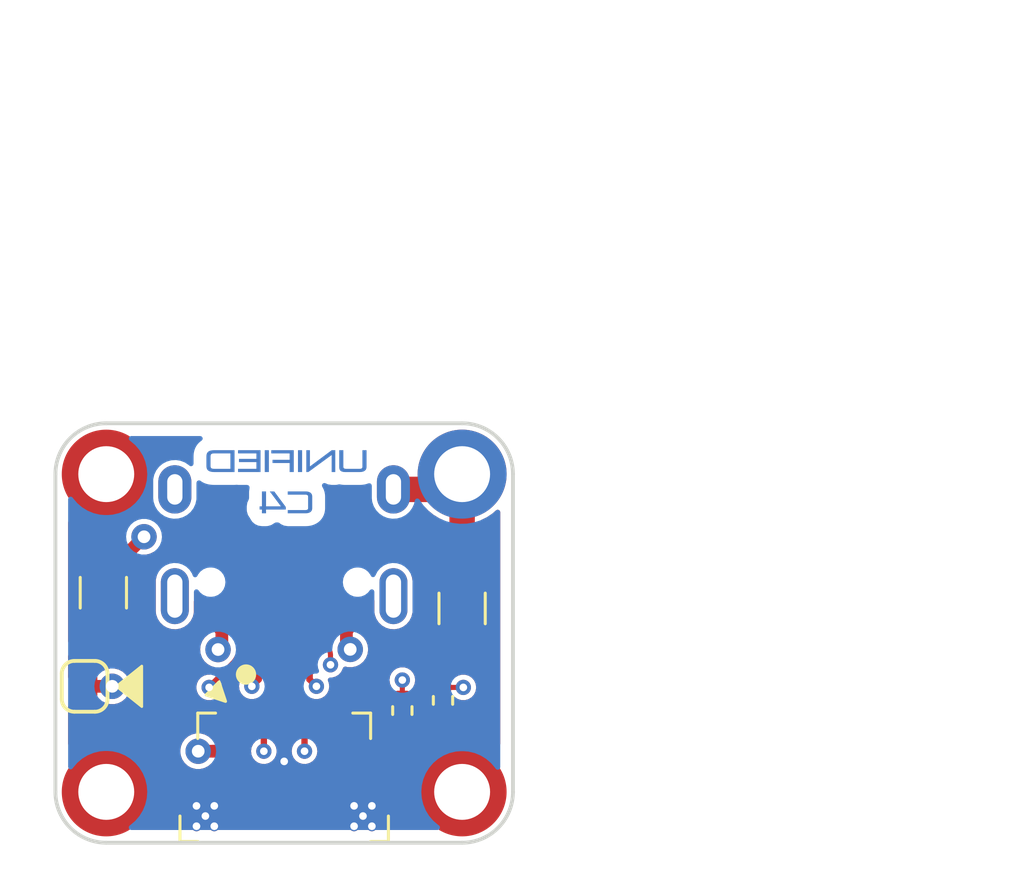
<source format=kicad_pcb>
(kicad_pcb (version 20211014) (generator pcbnew)
  (title_block (title "Unified Daughterboard") (date "2022-10-31") (rev "C4-RC1") (company "Designed by the UDB team"))
  (layers (0 "F.Cu" signal) (1 "In1.Cu" signal) (2 "In2.Cu" signal) (31 "B.Cu" signal) (34 "B.Paste" user) (35 "F.Paste" user) (36 "B.SilkS" user "B.Silkscreen") (37 "F.SilkS" user "F.Silkscreen") (38 "B.Mask" user) (39 "F.Mask" user) (44 "Edge.Cuts" user))
  (net 0 "")
  (net 1 "GND")
  (net 2 "GNDPWR")
  (net 4 "Net-(J1-PadA5)")
  (net 5 "DP")
  (net 6 "Net-(J1-PadB5)")
  (net 8 "DN")
  (net 9 "VBUS")
  (net 10 "VCOM")
  (footprint "Fuse:Fuse_1206_3216Metric" (layer "F.Cu") (at 67.8905 63.207 -90)
    (fp_text reference "F1" hide)
    (fp_text value "ASMD1206-150")
    (fp_line (start -0.602064 -0.91) (end 0.602064 -0.91) (layer "F.SilkS") (width 0.12))
    (fp_line (start -0.602064 0.91) (end 0.602064 0.91) (layer "F.SilkS") (width 0.12))
    (pad "1" smd roundrect locked (at -1.4 0 270) (size 1.25 1.75) (layers "F.Cu" "F.Paste" "F.Mask") (roundrect_rratio 0.2) (net 9 "VBUS"))
    (pad "2" smd roundrect locked (at 1.4 0 270) (size 1.25 1.75) (layers "F.Cu" "F.Paste" "F.Mask") (roundrect_rratio 0.2) (net 10 "VCOM"))
  )
  (footprint "random-keyboard-parts:Generic-Mounthole" (layer "F.Cu") (at 68.0045 71.043)
    (fp_text reference "MH3" hide)
    (fp_text value "Mount-M2" hide)
    (pad "" np_thru_hole circle locked (at 0 0) (size 3.500001 3.500001) (drill 2.2) (layers "F.Cu" "F.Mask") (clearance 0.508))
  )
  (footprint "Resistor_SMD:R_0402_1005Metric" (layer "F.Cu") (at 81.2525 67.443 -90)
    (fp_text reference "R2" hide)
    (fp_text value "5.1k")
    (fp_line (start -0.153641 0.38) (end 0.153641 0.38) (layer "F.SilkS") (width 0.12))
    (fp_line (start -0.153641 -0.38) (end 0.153641 -0.38) (layer "F.SilkS") (width 0.12))
    (pad "1" smd roundrect (at -0.51 0 270) (size 0.54 0.64) (layers "F.Cu" "F.Paste" "F.Mask") (net 6 "Net-(J1-PadB5)"))
    (pad "2" smd roundrect (at 0.51 0 270) (size 0.54 0.64) (layers "F.Cu" "F.Paste" "F.Mask") (net 1 "GND"))
  )
  (footprint "random-keyboard-parts:Generic-Mounthole" (layer "F.Cu") (at 68.0045 58.543)
    (fp_text reference "MH1")
    (fp_text value "Mount-M2" hide)
    (pad "" np_thru_hole circle locked (at 0 0) (size 3.500001 3.500001) (drill 2.2) (layers "F.Cu" "F.Mask") (clearance 0.508))
  )
  (footprint "Resistor_SMD:R_0402_1005Metric" (layer "F.Cu") (at 79.6525 67.843 -90)
    (fp_text reference "R1" hide)
    (fp_text value "5.1k")
    (fp_line (start -0.153641 0.38) (end 0.153641 0.38) (layer "F.SilkS") (width 0.12))
    (fp_line (start -0.153641 -0.38) (end 0.153641 -0.38) (layer "F.SilkS") (width 0.12))
    (pad "1" smd roundrect (at -0.51 0 270) (size 0.54 0.64) (layers "F.Cu" "F.Paste" "F.Mask") (net 4 "Net-(J1-PadA5)"))
    (pad "2" smd roundrect (at 0.51 0 270) (size 0.54 0.64) (layers "F.Cu" "F.Paste" "F.Mask") (net 1 "GND"))
  )
  (footprint "random-keyboard-parts:Generic-Mounthole" (layer "F.Cu") (at 82.0045 58.543)
    (fp_text reference "MH2" hide)
    (fp_text value "Mount-M2" hide)
    (pad "1" thru_hole circle locked (at 0 0) (size 3.500001 3.500001) (drill 2.2) (layers *.Cu *.Mask) (net 2 "GNDPWR"))
  )
  (footprint "acheron_Connectors:MOLEX_781710004_MountingReliefs" (layer "F.Cu") (at 75.0045 68.243)
    (fp_text reference "J2" hide)
    (fp_text value "SM04B-SRSS-TB(LF)(SN)")
    (fp_line (start -3.4 -0.3) (end -2.7 -0.3) (layer "F.SilkS") (width 0.12))
    (fp_line (start 3.4 -0.3) (end 3.4 0.7) (layer "F.SilkS") (width 0.12))
    (fp_line (start -4.1 4.75) (end -4.1 3.75) (layer "F.SilkS") (width 0.12))
    (fp_line (start 4.1 4.75) (end 4.1 3.75) (layer "F.SilkS") (width 0.12))
    (fp_line (start 2.7 -0.3) (end 3.4 -0.3) (layer "F.SilkS") (width 0.12))
    (fp_line (start 3.4 4.75) (end 4.1 4.75) (layer "F.SilkS") (width 0.12))
    (fp_line (start -4.1 4.75) (end -3.4 4.75) (layer "F.SilkS") (width 0.12))
    (fp_line (start -3.4 -0.3) (end -3.4 0.7) (layer "F.SilkS") (width 0.12))
    (fp_poly (pts (xy -2.308 -0.762) (xy -3.07 -1.016) (xy -2.562 -1.524)) (layer "F.SilkS") (width 0.12) (fill solid))
    (pad "1" smd roundrect (at -1.8 0 90) (size 1 0.75) (layers "F.Cu" "F.Paste" "F.Mask") (roundrect_rratio 0.5) (net 10 "VCOM"))
    (pad "2" smd rect (at -0.6 0 90) (size 0.85 0.6) (layers "F.Cu" "F.Paste" "F.Mask") (net 8 "DN"))
    (pad "3" smd rect (at 0.6 0 90) (size 0.85 0.6) (layers "F.Cu" "F.Paste" "F.Mask") (net 5 "DP"))
    (pad "4" smd rect (at 1.8 0 90) (size 0.85 0.6) (layers "F.Cu" "F.Paste" "F.Mask") (net 1 "GND"))
    (pad "MP" thru_hole circle (at 3.45 3.35 90) (size 0.4 0.4) (drill 0.3) (layers *.Cu "F.Mask") (net 1 "GND"))
    (pad "MP" thru_hole circle (at 3.45 4.15 90) (size 0.4 0.4) (drill 0.3) (layers *.Cu "F.Mask") (net 1 "GND"))
    (pad "MP" thru_hole circle (at 3.1 3.75 90) (size 0.4 0.4) (drill 0.3) (layers *.Cu "F.Mask") (net 1 "GND"))
    (pad "MP" thru_hole circle (at 2.75 3.35 90) (size 0.4 0.4) (drill 0.3) (layers *.Cu "F.Mask") (net 1 "GND"))
    (pad "MP" thru_hole circle (at -2.75 3.35 90) (size 0.4 0.4) (drill 0.3) (layers *.Cu "F.Mask") (net 1 "GND"))
    (pad "MP" smd rect (at -3.1 3.75 90) (size 1 1) (layers "F.Cu" "F.Paste" "F.Mask") (net 1 "GND"))
    (pad "MP" smd rect (at 3.1 3.75 90) (size 1 1) (layers "F.Cu" "F.Paste" "F.Mask") (net 1 "GND"))
    (pad "MP" thru_hole circle (at -2.75 4.15 90) (size 0.4 0.4) (drill 0.3) (layers *.Cu "F.Mask") (net 1 "GND"))
    (pad "MP" thru_hole circle (at -3.45 3.35 90) (size 0.4 0.4) (drill 0.3) (layers *.Cu "F.Mask") (net 1 "GND"))
    (pad "MP" thru_hole circle (at 2.75 4.15 90) (size 0.4 0.4) (drill 0.3) (layers *.Cu "F.Mask") (net 1 "GND"))
    (pad "MP" thru_hole circle (at -3.45 4.15 90) (size 0.4 0.4) (drill 0.3) (layers *.Cu "F.Mask") (net 1 "GND"))
    (pad "MP" smd rect (at 3.1 3.75 270) (size 1 1) (layers "B.Cu") (net 1 "GND"))
    (pad "MP" thru_hole circle (at -3.1 3.75 90) (size 0.4 0.4) (drill 0.3) (layers *.Cu "F.Mask") (net 1 "GND"))
    (pad "MP" smd rect (at -3.1 3.75 270) (size 1 1) (layers "B.Cu") (net 1 "GND"))
  )
  (footprint "acheron_Connectors:TYPE-C-31-M-12" (layer "F.Cu") (at 75.0025 64.843 180)
    (fp_text reference "J1" hide)
    (fp_text value "TYPE-C-31-M12_13")
    (pad "" np_thru_hole circle locked (at 2.89 2.051 180) (size 0.65 0.65) (drill 0.65) (layers *.Cu *.Mask))
    (pad "" np_thru_hole circle locked (at -2.89 2.051 180) (size 0.65 0.65) (drill 0.65) (layers *.Cu *.Mask))
    (pad "A1" smd roundrect locked (at -3.25 1.275 180) (size 0.6 1.45) (drill (offset 0 -0.55)) (layers "F.Cu" "F.Paste" "F.Mask") (net 1 "GND"))
    (pad "A4" smd roundrect locked (at -2.45 1.275 180) (size 0.6 1.45) (drill (offset 0 -0.55)) (layers "F.Cu" "F.Paste" "F.Mask") (net 9 "VBUS"))
    (pad "A5" smd roundrect locked (at -1.25 1.275 180) (size 0.3 1.45) (drill (offset 0 -0.55)) (layers "F.Cu" "F.Paste" "F.Mask") (net 4 "Net-(J1-PadA5)"))
    (pad "A6" smd roundrect locked (at -0.254 1.275 180) (size 0.3 1.45) (drill (offset 0 -0.55)) (layers "F.Cu" "F.Paste" "F.Mask") (net 5 "DP"))
    (pad "A7" smd roundrect locked (at 0.25 1.275 180) (size 0.3 1.45) (drill (offset 0 -0.55)) (layers "F.Cu" "F.Paste" "F.Mask") (net 8 "DN"))
    (pad "A8" smd roundrect locked (at 1.25 1.275 180) (size 0.3 1.45) (drill (offset 0 -0.55)) (layers "F.Cu" "F.Paste" "F.Mask"))
    (pad "B1" smd roundrect locked (at 3.25 1.275 180) (size 0.6 1.45) (drill (offset 0 -0.55)) (layers "F.Cu" "F.Paste" "F.Mask") (net 1 "GND"))
    (pad "B4" smd roundrect locked (at 2.45 1.275 180) (size 0.6 1.45) (drill (offset 0 -0.55)) (layers "F.Cu" "F.Paste" "F.Mask") (net 9 "VBUS"))
    (pad "B5" smd roundrect locked (at 1.75 1.275 180) (size 0.3 1.45) (drill (offset 0 -0.55)) (layers "F.Cu" "F.Paste" "F.Mask") (net 6 "Net-(J1-PadB5)"))
    (pad "B6" smd roundrect locked (at 0.75 1.275 180) (size 0.3 1.45) (drill (offset 0 -0.55)) (layers "F.Cu" "F.Paste" "F.Mask") (net 5 "DP"))
    (pad "B7" smd roundrect locked (at -0.75 1.275 180) (size 0.3 1.45) (drill (offset 0 -0.55)) (layers "F.Cu" "F.Paste" "F.Mask") (net 8 "DN"))
    (pad "B8" smd roundrect locked (at -1.75 1.275 180) (size 0.3 1.45) (drill (offset 0 -0.55)) (layers "F.Cu" "F.Paste" "F.Mask"))
    (pad "S" thru_hole oval locked (at -4.3 5.7 180) (size 1.3 1.9) (drill oval 0.6 1.2) (layers *.Cu *.Mask) (net 2 "GNDPWR"))
    (pad "S" thru_hole oval locked (at 4.3 1.5 180) (size 1.1 2.2) (drill oval 0.6 1.7) (layers *.Cu *.Mask) (net 2 "GNDPWR"))
    (pad "S" thru_hole oval locked (at -4.3 1.5 180) (size 1.1 2.2) (drill oval 0.6 1.7) (layers *.Cu *.Mask) (net 2 "GNDPWR"))
    (pad "S" thru_hole oval locked (at 4.3 5.7 180) (size 1.3 1.9) (drill oval 0.6 1.2) (layers *.Cu *.Mask) (net 2 "GNDPWR"))
  )
  (footprint "acheron_Components:USON-10_2.5x1.0mm_P0.5mm" (layer "F.Cu") (at 75.0025 66.0264 90)
    (fp_text reference "U1" hide)
    (fp_text value "TPD4E05U06DQAR")
    (fp_circle (center -0.4 -1.5) (end -0.4 -1.5) (layer "F.SilkS") (width 0.4) (fill none))
    (pad "1" smd roundrect locked (at -0.385 -1) (size 0.25 0.55) (layers "F.Cu" "F.Paste" "F.Mask") (roundrect_rratio 0.5) (net 5 "DP"))
    (pad "2" smd rect locked (at -0.385 -0.5) (size 0.25 0.55) (layers "F.Cu" "F.Paste" "F.Mask") (net 8 "DN"))
    (pad "3" smd rect locked (at -0.385 0) (size 0.3 0.55) (layers "F.Cu" "F.Paste" "F.Mask") (net 1 "GND"))
    (pad "4" smd rect locked (at -0.385 0.5) (size 0.25 0.55) (layers "F.Cu" "F.Paste" "F.Mask") (net 5 "DP"))
    (pad "5" smd rect locked (at -0.385 1) (size 0.25 0.55) (layers "F.Cu" "F.Paste" "F.Mask") (net 8 "DN"))
    (pad "6" smd rect locked (at 0.385 1) (size 0.25 0.55) (layers "F.Cu" "F.Paste" "F.Mask") (net 8 "DN"))
    (pad "7" smd rect locked (at 0.385 0.5) (size 0.25 0.55) (layers "F.Cu" "F.Paste" "F.Mask") (net 5 "DP"))
    (pad "8" smd rect locked (at 0.385 0) (size 0.3 0.55) (layers "F.Cu" "F.Paste" "F.Mask") (net 1 "GND"))
    (pad "9" smd rect locked (at 0.385 -0.5) (size 0.25 0.55) (layers "F.Cu" "F.Paste" "F.Mask") (net 8 "DN"))
    (pad "10" smd rect locked (at 0.385 -1) (size 0.25 0.55) (layers "F.Cu" "F.Paste" "F.Mask") (net 5 "DP"))
  )
  (footprint "random-keyboard-parts:Generic-Mounthole" (layer "F.Cu") (at 82.0045 71.043)
    (fp_text reference "MH4" hide)
    (fp_text value "Mount-M2" hide)
    (pad "" np_thru_hole circle locked (at 0 0) (size 3.500001 3.500001) (drill 2.2) (layers "F.Cu" "F.Mask") (clearance 0.5))
  )
  (footprint "acheron_Components:D_SOD-123" (layer "F.Cu") (at 68.8045 66.89)
    (fp_text reference "D1" hide)
    (fp_text value "SMF6.0A")
    (fp_line (start -0.75 -0.5) (end -0.75 0.5) (layer "F.SilkS") (width 0.15))
    (fp_line (start -1.25 1) (end -2.05 1) (layer "F.SilkS") (width 0.15))
    (fp_line (start -2.55 -0.5) (end -2.55 0.5) (layer "F.SilkS") (width 0.15))
    (fp_line (start -2.05 -1) (end -1.25 -1) (layer "F.SilkS") (width 0.15))
    (fp_arc (start -0.75 0.5) (mid -0.896447 0.853553) (end -1.25 1) (layer "F.SilkS") (width 0.15))
    (fp_arc (start -2.05 1) (mid -2.403553 0.853553) (end -2.55 0.5) (layer "F.SilkS") (width 0.15))
    (fp_arc (start -1.25 -1) (mid -0.896447 -0.853553) (end -0.75 -0.5) (layer "F.SilkS") (width 0.15))
    (fp_arc (start -2.55 -0.5) (mid -2.403553 -0.853553) (end -2.05 -1) (layer "F.SilkS") (width 0.15))
    (fp_poly (pts (xy -0.4 0) (xy 0.6 -0.8) (xy 0.6 0.8)) (layer "F.SilkS") (width 0.1) (fill solid))
    (pad "1" smd roundrect (at -1.65 0) (size 1 1.2) (layers "F.Cu" "F.Paste" "F.Mask") (net 10 "VCOM"))
    (pad "2" smd roundrect (at 1.65 0) (size 1 1.2) (layers "F.Cu" "F.Paste" "F.Mask") (net 1 "GND"))
  )
  (footprint "Inductor_SMD:L_1206_3216Metric" (layer "F.Cu") (at 82.0045 63.826 90)
    (fp_text reference "L1" hide)
    (fp_text value "60R@100MHz")
    (fp_line (start -0.602064 -0.91) (end 0.602064 -0.91) (layer "F.SilkS") (width 0.12))
    (fp_line (start -0.602064 0.91) (end 0.602064 0.91) (layer "F.SilkS") (width 0.12))
    (pad "1" smd roundrect locked (at -1.4 0 90) (size 1.25 1.75) (layers "F.Cu" "F.Paste" "F.Mask") (roundrect_rratio 0.2) (net 1 "GND"))
    (pad "2" smd roundrect locked (at 1.4 0 90) (size 1.25 1.75) (layers "F.Cu" "F.Paste" "F.Mask") (roundrect_rratio 0.2) (net 2 "GNDPWR"))
  )
  (footprint "Unified-Daughterboard-Logo:Unified-Daughterboard-Name.pretty" (layer "B.Cu") (at 75.0045 58.743 180)
    (fp_text reference "G2" hide)
    (fp_text value "Unified-Daughterboard-Name" hide)
    (pad "1" smd custom (at 0.685035 0.668174 180) (size 0.1 0.1) (layers "B.Cu" "B.Mask") (options (clearance outline) (anchor circle)) (primitives (gr_poly (pts (xy 0.079757 -0.385869) (xy -0.082879 -0.385869) (xy -0.082879 0.475) (xy 0.079757 0.475)) (width 0) (fill yes))))
    (pad "1" smd custom (at 0.810035 -1.106826 180) (size 0.1 0.1) (layers "B.Cu" "B.Mask") (options (clearance outline) (anchor circle)) (primitives (gr_poly (pts (xy -0.679888 0.040352) (xy -0.0966 0.040352) (xy -0.0966 0.627308) (xy 0.066035 0.627308) (xy 0.066035 0.040352) (xy 0.156526 0.040352) (xy 0.156526 -0.086822) (xy 0.066035 -0.086822) (xy 0.066035 -0.23356) (xy -0.0966 -0.23356) (xy -0.0966 -0.086822) (xy -0.873095 -0.086822) (xy -0.873095 0.015896) (xy -0.418204 0.627308) (xy -0.242117 0.627308)) (width 0) (fill yes))))
    (pad "1" smd custom (at 2.035035 0.618174 180) (size 0.1 0.1) (layers "B.Cu" "B.Mask") (options (clearance outline) (anchor circle)) (primitives (gr_poly (pts (xy 0.729389 0.524753) (xy 0.750739 0.524011) (xy 0.771135 0.522775) (xy 0.790594 0.521043) (xy 0.809133 0.518816) (xy 0.82677 0.516093) (xy 0.843521 0.512875) (xy 0.859404 0.509161) (xy 0.874436 0.50495) (xy 0.888635 0.500244) (xy 0.902017 0.49504) (xy 0.914601 0.48934) (xy 0.926402 0.483143) (xy 0.937439 0.476448) (xy 0.947728 0.469256) (xy 0.957287 0.461566) (xy 0.966133 0.453378) (xy 0.974284 0.444692) (xy 0.981756 0.435508) (xy 0.988567 0.425824) (xy 0.994734 0.415642) (xy 1.000274 0.404961) (xy 1.005205 0.393781) (xy 1.009544 0.382101) (xy 1.013307 0.369921) (xy 1.016513 0.357242) (xy 1.019179 0.344062) (xy 1.021321 0.330382) (xy 1.022957 0.316201) (xy 1.024104 0.301519) (xy 1.025001 0.270652) (xy 1.025001 -0.090081) (xy 1.024104 -0.119442) (xy 1.021321 -0.146986) (xy 1.016513 -0.172702) (xy 1.013307 -0.184872) (xy 1.009544 -0.196582) (xy 1.005205 -0.207829) (xy 1.000274 -0.218612) (xy 0.994734 -0.228931) (xy 0.988567 -0.238783) (xy 0.981756 -0.248168) (xy 0.974284 -0.257084) (xy 0.966133 -0.26553) (xy 0.957287 -0.273505) (xy 0.947728 -0.281006) (xy 0.937439 -0.288034) (xy 0.926402 -0.294585) (xy 0.914601 -0.30066) (xy 0.902017 -0.306257) (xy 0.888635 -0.311374) (xy 0.874436 -0.31601) (xy 0.859404 -0.320163) (xy 0.843521 -0.323833) (xy 0.82677 -0.327018) (xy 0.790594 -0.331928) (xy 0.750739 -0.334882) (xy 0.707067 -0.335869) (xy -0.081656 -0.335869) (xy -0.081656 -0.208697) (xy 0.08098 -0.208697) (xy 0.707067 -0.208697) (xy 0.728761 -0.208358) (xy 0.748497 -0.207309) (xy 0.757655 -0.206501) (xy 0.766353 -0.205496) (xy 0.774599 -0.204288) (xy 0.782404 -0.202869) (xy 0.789778 -0.201233) (xy 0.796729 -0.199374) (xy 0.803268 -0.197286) (xy 0.809404 -0.194961) (xy 0.815147 -0.192393) (xy 0.820507 -0.189577) (xy 0.825492 -0.186504) (xy 0.830113 -0.18317) (xy 0.83438 -0.179566) (xy 0.838302 -0.175688) (xy 0.841888 -0.171528) (xy 0.845148 -0.167079) (xy 0.848092 -0.162336) (xy 0.85073 -0.157292) (xy 0.85307 -0.15194) (xy 0.855124 -0.146274) (xy 0.8569 -0.140288) (xy 0.858408 -0.133974) (xy 0.859657 -0.127327) (xy 0.860658 -0.120339) (xy 0.861419 -0.113005) (xy 0.861951 -0.105318) (xy 0.862365 -0.088859) (xy 0.862365 0.270652) (xy 0.861951 0.288402) (xy 0.860658 0.304554) (xy 0.858408 0.319168) (xy 0.8569 0.325918) (xy 0.855124 0.332308) (xy 0.85307 0.338345) (xy 0.85073 0.344037) (xy 0.848092 0.349392) (xy 0.845148 0.354417) (xy 0.841888 0.359121) (xy 0.838302 0.363511) (xy 0.83438 0.367595) (xy 0.830113 0.371381) (xy 0.825492 0.374877) (xy 0.820507 0.378091) (xy 0.815147 0.38103) (xy 0.809404 0.383703) (xy 0.803268 0.386116) (xy 0.796729 0.388279) (xy 0.789778 0.390199) (xy 0.782404 0.391883) (xy 0.766353 0.394577) (xy 0.748497 0.396423) (xy 0.728761 0.397485) (xy 0.707067 0.397825) (xy 0.08098 0.397825) (xy 0.08098 -0.208697) (xy -0.081656 -0.208697) (xy -0.081656 0.525) (xy 0.707067 0.525)) (width 0) (fill yes))))
    (pad "1" smd custom (at -0.289965 0.718174 180) (size 0.1 0.1) (layers "B.Cu" "B.Mask") (options (clearance outline) (anchor circle)) (primitives (gr_poly (pts (xy 0.797965 0.297826) (xy 0.075274 0.297826) (xy 0.075274 0.045924) (xy 0.749051 0.045924) (xy 0.749051 -0.08125) (xy 0.075274 -0.08125) (xy 0.075274 -0.435869) (xy -0.087361 -0.435869) (xy -0.087361 0.425) (xy 0.797965 0.425)) (width 0) (fill yes))))
    (pad "1" smd custom (at -0.639965 0.843174 180) (size 0.1 0.1) (layers "B.Cu" "B.Mask") (options (clearance outline) (anchor circle)) (primitives (gr_poly (pts (xy 0.097558 -0.560869) (xy -0.065078 -0.560869) (xy -0.065078 0.3) (xy 0.097558 0.3)) (width 0) (fill yes))))
    (pad "1" smd custom (at -1.939965 0.843174 180) (size 0.1 0.1) (layers "B.Cu" "B.Mask") (options (clearance outline) (anchor circle)) (primitives (gr_poly (pts (xy 0.927991 -0.339538) (xy 0.927991 0.3) (xy 1.069839 0.3) (xy 1.069839 -0.560869) (xy 0.990356 -0.560869) (xy 0.072015 0.10924) (xy 0.072015 -0.560869) (xy -0.069834 -0.560869) (xy -0.069834 0.3) (xy 0.070791 0.3)) (width 0) (fill yes))))
    (pad "1" smd custom (at -2.239965 0.843174 180) (size 0.1 0.1) (layers "B.Cu" "B.Mask") (options (clearance outline) (anchor circle)) (primitives (gr_poly (pts (xy -0.837364 -0.354212) (xy -0.836961 -0.363568) (xy -0.836457 -0.36804) (xy -0.835749 -0.372372) (xy -0.834837 -0.376566) (xy -0.83372 -0.380618) (xy -0.832397 -0.384529) (xy -0.830868 -0.388298) (xy -0.82913 -0.391923) (xy -0.827184 -0.395404) (xy -0.825028 -0.39874) (xy -0.822661 -0.40193) (xy -0.820084 -0.404974) (xy -0.817293 -0.407869) (xy -0.81429 -0.410616) (xy -0.811073 -0.413213) (xy -0.807641 -0.41566) (xy -0.803993 -0.417955) (xy -0.800128 -0.420098) (xy -0.796046 -0.422088) (xy -0.791745 -0.423924) (xy -0.787224 -0.425605) (xy -0.777522 -0.428498) (xy -0.766931 -0.430761) (xy -0.755444 -0.432387) (xy -0.743054 -0.433367) (xy -0.729755 -0.433696) (xy -0.195381 -0.433696) (xy -0.188617 -0.433613) (xy -0.182081 -0.433367) (xy -0.175773 -0.432958) (xy -0.169691 -0.432387) (xy -0.163835 -0.431654) (xy -0.158204 -0.430761) (xy -0.152797 -0.429709) (xy -0.147613 -0.428498) (xy -0.142651 -0.42713) (xy -0.13791 -0.425605) (xy -0.13339 -0.423924) (xy -0.129089 -0.422088) (xy -0.125006 -0.420098) (xy -0.121141 -0.417955) (xy -0.117493 -0.41566) (xy -0.114061 -0.413213) (xy -0.110844 -0.410616) (xy -0.10784 -0.407869) (xy -0.10505 -0.404974) (xy -0.102473 -0.40193) (xy -0.100106 -0.39874) (xy -0.09795 -0.395404) (xy -0.096004 -0.391923) (xy -0.094266 -0.388298) (xy -0.092736 -0.384529) (xy -0.091413 -0.380618) (xy -0.090296 -0.376566) (xy -0.089385 -0.372372) (xy -0.088677 -0.36804) (xy -0.088172 -0.363568) (xy -0.087871 -0.358958) (xy -0.08777 -0.354212) (xy -0.08777 0.3) (xy 0.074866 0.3) (xy 0.074866 -0.352989) (xy 0.074365 -0.375677) (xy 0.07275 -0.397381) (xy 0.069852 -0.418035) (xy 0.065504 -0.437574) (xy 0.062733 -0.446904) (xy 0.059536 -0.45593) (xy 0.055892 -0.464644) (xy 0.05178 -0.473038) (xy 0.04718 -0.481103) (xy 0.042069 -0.488831) (xy 0.036427 -0.496214) (xy 0.030233 -0.503243) (xy 0.023466 -0.509911) (xy 0.016104 -0.516208) (xy 0.008127 -0.522127) (xy -0.000486 -0.527659) (xy -0.009756 -0.532796) (xy -0.019705 -0.53753) (xy -0.030354 -0.541853) (xy -0.041723 -0.545756) (xy -0.053833 -0.54923) (xy -0.066707 -0.552268) (xy -0.080363 -0.554862) (xy -0.094825 -0.557002) (xy -0.110113 -0.558682) (xy -0.126247 -0.559891) (xy -0.143249 -0.560623) (xy -0.16114 -0.560869) (xy -0.729755 -0.560868) (xy -0.747744 -0.560622) (xy -0.765032 -0.55989) (xy -0.781628 -0.558681) (xy -0.797541 -0.557001) (xy -0.812777 -0.554861) (xy -0.827348 -0.552267) (xy -0.841259 -0.549229) (xy -0.854521 -0.545755) (xy -0.867142 -0.541852) (xy -0.87913 -0.53753) (xy -0.890494 -0.532796) (xy -0.901242 -0.527658) (xy -0.911383 -0.522126) (xy -0.920925 -0.516207) (xy -0.929877 -0.50991) (xy -0.938247 -0.503243) (xy -0.946044 -0.496213) (xy -0.953276 -0.488831) (xy -0.959952 -0.481103) (xy -0.96608 -0.473038) (xy -0.97167 -0.464644) (xy -0.976728 -0.45593) (xy -0.981265 -0.446903) (xy -0.985287 -0.437573) (xy -0.988805 -0.427948) (xy -0.991826 -0.418035) (xy -0.994359 -0.407843) (xy -0.996412 -0.39738) (xy -0.997994 -0.386655) (xy -0.999114 -0.375676) (xy -0.99978 -0.364451) (xy -1 -0.352988) (xy -1 0.3) (xy -0.837364 0.3)) (width 0) (fill yes))))
    (pad "1" smd custom (at -1.039965 -1.031826 180) (size 0.1 0.1) (layers "B.Cu" "B.Mask") (options (clearance outline) (anchor circle)) (primitives (gr_poly (pts (xy 0.899865 0.425134) (xy 0.206525 0.425134) (xy 0.199761 0.425052) (xy 0.193225 0.424805) (xy 0.186917 0.424396) (xy 0.180835 0.423825) (xy 0.174979 0.423093) (xy 0.169348 0.4222) (xy 0.163941 0.421148) (xy 0.158757 0.419937) (xy 0.153795 0.418568) (xy 0.149054 0.417043) (xy 0.144534 0.415362) (xy 0.140233 0.413526) (xy 0.13615 0.411536) (xy 0.132285 0.409393) (xy 0.128637 0.407098) (xy 0.125205 0.404651) (xy 0.121988 0.402054) (xy 0.118985 0.399307) (xy 0.116195 0.396412) (xy 0.113617 0.393369) (xy 0.11125 0.390179) (xy 0.109094 0.386843) (xy 0.107148 0.383362) (xy 0.10541 0.379736) (xy 0.103881 0.375968) (xy 0.102558 0.372057) (xy 0.101441 0.368004) (xy 0.100529 0.363811) (xy 0.099821 0.359479) (xy 0.099317 0.355007) (xy 0.099015 0.350397) (xy 0.098914 0.345651) (xy 0.098914 -0.101905) (xy 0.099317 -0.111261) (xy 0.099821 -0.115732) (xy 0.100529 -0.120065) (xy 0.101441 -0.124258) (xy 0.102558 -0.128311) (xy 0.103881 -0.132222) (xy 0.10541 -0.13599) (xy 0.107148 -0.139616) (xy 0.109094 -0.143097) (xy 0.11125 -0.146433) (xy 0.113617 -0.149623) (xy 0.116195 -0.152666) (xy 0.118985 -0.155561) (xy 0.121988 -0.158308) (xy 0.125205 -0.160905) (xy 0.128637 -0.163352) (xy 0.132285 -0.165647) (xy 0.13615 -0.16779) (xy 0.140233 -0.16978) (xy 0.144534 -0.171616) (xy 0.149054 -0.173297) (xy 0.158757 -0.176191) (xy 0.169348 -0.178454) (xy 0.180835 -0.180079) (xy 0.193225 -0.181059) (xy 0.206525 -0.181388) (xy 0.899865 -0.181388) (xy 0.899865 -0.30856) (xy 0.206525 -0.308562) (xy 0.188536 -0.308316) (xy 0.171247 -0.307584) (xy 0.154651 -0.306375) (xy 0.138739 -0.304695) (xy 0.123502 -0.302555) (xy 0.108931 -0.299961) (xy 0.09502 -0.296923) (xy 0.081757 -0.293449) (xy 0.069137 -0.289546) (xy 0.057148 -0.285224) (xy 0.045785 -0.28049) (xy 0.035036 -0.275352) (xy 0.024896 -0.26982) (xy 0.015354 -0.263901) (xy 0.006402 -0.257604) (xy -0.001969 -0.250936) (xy -0.009766 -0.243907) (xy -0.016998 -0.236524) (xy -0.023674 -0.228796) (xy -0.029802 -0.220731) (xy -0.035392 -0.212337) (xy -0.04045 -0.203623) (xy -0.044987 -0.194597) (xy -0.049009 -0.185267) (xy -0.052527 -0.175641) (xy -0.055548 -0.165728) (xy -0.058081 -0.155536) (xy -0.060134 -0.145074) (xy -0.061717 -0.134349) (xy -0.062836 -0.12337) (xy -0.063502 -0.112145) (xy -0.063722 -0.100682) (xy -0.063722 0.344426) (xy -0.062836 0.367114) (xy -0.060134 0.388818) (xy -0.055548 0.409473) (xy -0.052527 0.419385) (xy -0.049009 0.429011) (xy -0.044987 0.438341) (xy -0.04045 0.447367) (xy -0.035392 0.456082) (xy -0.029802 0.464475) (xy -0.023674 0.47254) (xy -0.016998 0.480268) (xy -0.009766 0.487651) (xy -0.001969 0.494681) (xy 0.006402 0.501348) (xy 0.015354 0.507645) (xy 0.024896 0.513564) (xy 0.035036 0.519097) (xy 0.045785 0.524234) (xy 0.057148 0.528968) (xy 0.069137 0.53329) (xy 0.081757 0.537193) (xy 0.09502 0.540667) (xy 0.108931 0.543706) (xy 0.123502 0.546299) (xy 0.138739 0.54844) (xy 0.171247 0.551329) (xy 0.206525 0.552306) (xy 0.899865 0.552306)) (width 0) (fill yes))))
    (pad "1" smd custom (at 1.010035 0.618174 180) (size 0.1 0.1) (layers "B.Cu" "B.Mask") (options (clearance outline) (anchor circle)) (primitives (gr_poly (pts (xy 0.805166 0.397827) (xy 0.082476 0.397827) (xy 0.082476 0.182609) (xy 0.76848 0.182609) (xy 0.76848 0.055435) (xy 0.082476 0.055435) (xy 0.082476 -0.208696) (xy 0.805166 -0.208696) (xy 0.805166 -0.335869) (xy -0.08016 -0.335868) (xy -0.08016 0.525001) (xy 0.805166 0.525001)) (width 0) (fill yes))))
  )
  (gr_arc (start 82.0045 56.543) (mid 83.418714 57.128786) (end 84.0045 58.543) (layer "Edge.Cuts") (width 0.15))
  (gr_line (start 66.0045 71.043) (end 66.0045 58.543) (layer "Edge.Cuts") (width 0.15))
  (gr_line (start 82.0045 73.043) (end 68.0045 73.043) (layer "Edge.Cuts") (width 0.15))
  (gr_arc (start 84.0045 71.043) (mid 83.418714 72.457214) (end 82.0045 73.043) (layer "Edge.Cuts") (width 0.15))
  (gr_line (start 68.0045 56.543) (end 82.0045 56.543) (layer "Edge.Cuts") (width 0.15))
  (gr_arc (start 68.0045 73.043) (mid 66.590286 72.457214) (end 66.0045 71.043) (layer "Edge.Cuts") (width 0.15))
  (gr_line (start 84.0045 58.543) (end 84.0045 71.043) (layer "Edge.Cuts") (width 0.15))
  (gr_arc (start 66.0045 58.543) (mid 66.590286 57.128786) (end 68.0045 56.543) (layer "Edge.Cuts") (width 0.15))
  (via (at 75.0045 69.843) (size 0.6) (drill 0.3) (layers "F.Cu" "B.Cu") (net 1))
  (segment (start 82.0045 58.543) (end 82.0045 62.426) (width 1) (layer "F.Cu") (net 2))
  (segment (start 79.3245 59.143) (end 79.3245 59.283) (width 1) (layer "F.Cu") (net 2))
  (segment (start 81.4045 59.143) (end 79.3025 59.143) (width 1) (layer "F.Cu") (net 2))
  (segment (start 82.0045 58.543) (end 81.4045 59.143) (width 1) (layer "F.Cu") (net 2))
  (segment (start 76.2525 64.683893) (end 76.2525 63.568) (width 0.2) (layer "F.Cu") (net 4))
  (segment (start 76.825978 66.043018) (end 76.825978 65.671585) (width 0.2) (layer "F.Cu") (net 4))
  (segment (start 76.679531 65.318031) (end 76.398946 65.037446) (width 0.2) (layer "F.Cu") (net 4))
  (segment (start 79.6525 67.333) (end 79.6525 66.643) (width 0.2) (layer "F.Cu") (net 4))
  (via (at 79.6525 66.643) (size 0.6) (drill 0.3) (layers "F.Cu" "B.Cu") (net 4))
  (via (at 76.825978 66.043018) (size 0.6) (drill 0.3) (layers "F.Cu" "B.Cu") (net 4))
  (arc (start 76.679531 65.318031) (mid 76.787918 65.480243) (end 76.825978 65.671585) (width 0.2) (layer "F.Cu") (net 4))
  (arc (start 76.398946 65.037446) (mid 76.29056 64.875234) (end 76.2525 64.683893) (width 0.2) (layer "F.Cu") (net 4))
  (segment (start 75.8045 68.443) (end 75.6045 68.243) (width 0.25) (layer "F.Cu") (net 5))
  (segment (start 74.0025 66.62) (end 73.7325 66.89) (width 0.25) (layer "F.Cu") (net 5))
  (segment (start 75.2565 63.568) (end 75.2565 64.959) (width 0.25) (layer "F.Cu") (net 5))
  (segment (start 75.6045 68.243) (end 75.6045 66.5134) (width 0.25) (layer "F.Cu") (net 5))
  (segment (start 74.2525 63.568) (end 74.2525 65.068841) (width 0.25) (layer "F.Cu") (net 5))
  (segment (start 74.0025 65.318841) (end 74.0025 66.62) (width 0.25) (layer "F.Cu") (net 5))
  (segment (start 75.2565 64.959) (end 75.5025 65.205) (width 0.25) (layer "F.Cu") (net 5))
  (segment (start 75.8045 69.443) (end 75.8045 68.443) (width 0.25) (layer "F.Cu") (net 5))
  (segment (start 75.5025 65.6414) (end 75.5025 66.4114) (width 0.25) (layer "F.Cu") (net 5))
  (segment (start 75.5025 65.205) (end 75.5025 65.6414) (width 0.25) (layer "F.Cu") (net 5))
  (segment (start 74.2525 65.068841) (end 74.0025 65.318841) (width 0.25) (layer "F.Cu") (net 5))
  (segment (start 75.6045 66.5134) (end 75.5025 66.4114) (width 0.25) (layer "F.Cu") (net 5))
  (via (at 73.7325 66.89) (size 0.6) (drill 0.3) (layers "F.Cu" "B.Cu") (net 5))
  (via (at 75.8045 69.443) (size 0.6) (drill 0.3) (layers "F.Cu" "B.Cu") (net 5))
  (segment (start 81.2525 66.933) (end 82.0525 66.933) (width 0.2) (layer "F.Cu") (net 6))
  (segment (start 72.0525 66.904) (end 72.0525 66.933) (width 0.2) (layer "F.Cu") (net 6))
  (segment (start 72.959607 65.996893) (end 72.0525 66.904) (width 0.2) (layer "F.Cu") (net 6))
  (segment (start 73.2525 63.568) (end 73.2525 65.289786) (width 0.2) (layer "F.Cu") (net 6))
  (via (at 72.0525 66.933) (size 0.6) (drill 0.3) (layers "F.Cu" "B.Cu") (net 6))
  (via (at 82.0525 66.933) (size 0.6) (drill 0.3) (layers "F.Cu" "B.Cu") (net 6))
  (arc (start 72.959607 65.996893) (mid 73.17638 65.67247) (end 73.2525 65.289786) (width 0.2) (layer "F.Cu") (net 6))
  (segment (start 74.4045 66.5094) (end 74.5025 66.4114) (width 0.25) (layer "F.Cu") (net 8))
  (segment (start 74.5025 65.6414) (end 74.5025 66.4114) (width 0.25) (layer "F.Cu") (net 8))
  (segment (start 74.7525 64.971) (end 74.5025 65.221) (width 0.25) (layer "F.Cu") (net 8))
  (segment (start 76.0025 66.62) (end 76.2725 66.89) (width 0.25) (layer "F.Cu") (net 8))
  (segment (start 75.7525 63.568) (end 75.7525 64.905) (width 0.25) (layer "F.Cu") (net 8))
  (segment (start 75.7525 65.068841) (end 75.7525 63.568) (width 0.25) (layer "F.Cu") (net 8))
  (segment (start 74.4045 68.243) (end 74.4045 66.5094) (width 0.25) (layer "F.Cu") (net 8))
  (segment (start 76.0025 65.318841) (end 75.7525 65.068841) (width 0.25) (layer "F.Cu") (net 8))
  (segment (start 76.0025 65.6414) (end 76.0025 66.4114) (width 0.25) (layer "F.Cu") (net 8))
  (segment (start 74.5025 65.221) (end 74.5025 65.6414) (width 0.25) (layer "F.Cu") (net 8))
  (segment (start 74.7525 63.568) (end 74.7525 64.971) (width 0.25) (layer "F.Cu") (net 8))
  (segment (start 74.2045 69.443) (end 74.2045 68.443) (width 0.25) (layer "F.Cu") (net 8))
  (segment (start 76.0025 66.62) (end 76.0025 65.318841) (width 0.25) (layer "F.Cu") (net 8))
  (segment (start 74.2045 68.443) (end 74.4045 68.243) (width 0.25) (layer "F.Cu") (net 8))
  (via (at 74.2045 69.443) (size 0.6) (drill 0.3) (layers "F.Cu" "B.Cu") (net 8))
  (via (at 76.2725 66.89) (size 0.6) (drill 0.3) (layers "F.Cu" "B.Cu") (net 8))
  (segment (start 72.5525 63.568) (end 72.5525 65.293) (width 0.5) (layer "F.Cu") (net 9))
  (segment (start 77.4525 63.568) (end 77.4525 65.2873) (width 0.5) (layer "F.Cu") (net 9))
  (segment (start 67.8905 61.807) (end 68.6905 61.807) (width 0.5) (layer "F.Cu") (net 9))
  (segment (start 72.5525 65.293) (end 72.4025 65.443) (width 0.5) (layer "F.Cu") (net 9))
  (segment (start 68.6905 61.807) (end 69.4905 61.007) (width 0.5) (layer "F.Cu") (net 9))
  (segment (start 77.4525 65.2873) (end 77.6025 65.4373) (width 0.5) (layer "F.Cu") (net 9))
  (via (at 77.6025 65.4373) (size 1) (drill 0.5) (layers "F.Cu" "B.Cu") (net 9))
  (via (at 72.4025 65.443) (size 1) (drill 0.5) (layers "F.Cu" "B.Cu") (net 9))
  (via (at 69.4905 61.007) (size 1) (drill 0.5) (layers "F.Cu" "B.Cu") (net 9))
  (segment (start 66.7545 65.743) (end 66.7545 66.49) (width 0.5) (layer "F.Cu") (net 10))
  (segment (start 71.621927 69.443) (end 72.2045 69.443) (width 0.5) (layer "F.Cu") (net 10))
  (segment (start 73.2045 68.443) (end 73.2045 68.243) (width 0.5) (layer "F.Cu") (net 10))
  (segment (start 67.8905 64.607) (end 66.7545 65.743) (width 0.5) (layer "F.Cu") (net 10))
  (segment (start 66.7545 66.49) (end 67.1545 66.89) (width 0.5) (layer "F.Cu") (net 10))
  (segment (start 67.1545 66.89) (end 68.2405 66.89) (width 0.5) (layer "F.Cu") (net 10))
  (via (at 71.621927 69.443) (size 1) (drill 0.5) (layers "F.Cu" "B.Cu") (net 10))
  (via (at 68.2405 66.89) (size 1) (drill 0.5) (layers "F.Cu" "B.Cu") (net 10))
  (arc (start 72.2045 69.443) (mid 72.911607 69.150107) (end 73.2045 68.443) (width 0.5) (layer "F.Cu") (net 10))
  (zone (net 0) (net_name "") (layers "F.Cu" "F.Fab") (connect_pads yes (clearance 0)) (min_thickness 0.2)
    (keepout (tracks allowed) (vias allowed) (pads allowed) (copperpour not_allowed) (footprints allowed))
    (fill (thermal_gap 0.508) (thermal_bridge_width 0.508))
    (polygon (pts (xy 80.0025 63.443) (xy 70.0025 63.443) (xy 70.0025 58.043) (xy 80.0025 58.043)))
  )
  (zone (net 1) (net_name "GND") (layers "F.Cu" "In1.Cu" "In2.Cu" "B.Cu") (connect_pads yes (clearance 0.2)) (min_thickness 0.2) (fill yes (thermal_gap 0.508) (thermal_bridge_width 0.508))
    (polygon (pts (xy 85.4145 74.398) (xy 63.8245 74.398) (xy 63.8245 55.348) (xy 85.4145 55.348)))
  )
)
</source>
